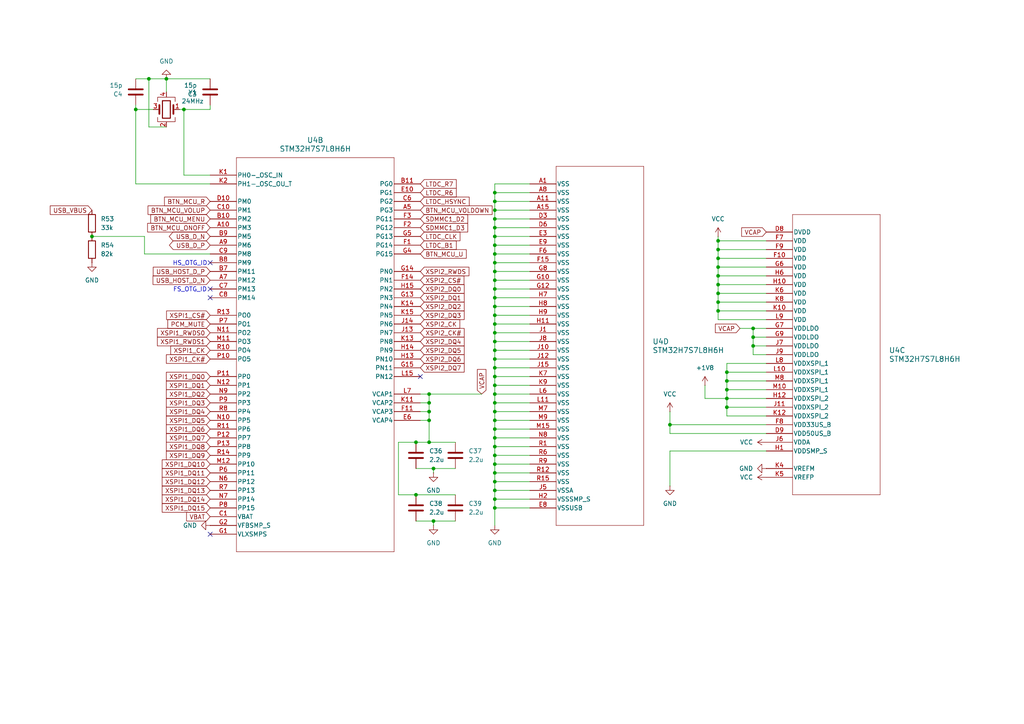
<source format=kicad_sch>
(kicad_sch (version 20231120) (generator "eeschema") (generator_version "8.0")
  (paper "A4")
  (lib_symbols
    (symbol "Device:C" (pin_numbers hide) (pin_names (offset 0.254))
      (property "Reference" "C" (at 0.635 2.54 0))
      (property "Value" "C" (at 0.635 -2.54 0))
      (symbol "C_0_1"
        (polyline (pts (xy -2.032 -0.762) (xy 2.032 -0.762)) (stroke (width 0.508)))
        (polyline (pts (xy -2.032 0.762) (xy 2.032 0.762)) (stroke (width 0.508)))
      )
      (symbol "C_1_1"
        (pin passive line (at 0 3.81 270) (length 2.794) (name "~") (number "1"))
        (pin passive line (at 0 -3.81 90) (length 2.794) (name "~") (number "2"))
      )
    )
    (symbol "Device:Crystal_GND24" (pin_names (offset 1.016) hide)
      (property "Reference" "Y" (at 3.175 5.08 0))
      (property "Value" "Crystal_GND24" (at 3.175 3.175 0))
      (symbol "Crystal_GND24_0_1"
        (rectangle (start -1.143 2.54) (end 1.143 -2.54) (stroke (width 0.3048)))
        (polyline (pts (xy -2.54 0) (xy -2.032 0)))
        (polyline (pts (xy -2.032 -1.27) (xy -2.032 1.27)) (stroke (width 0.508)))
        (polyline (pts (xy 0 -3.81) (xy 0 -3.556)))
        (polyline (pts (xy 0 3.556) (xy 0 3.81)))
        (polyline (pts (xy 2.032 -1.27) (xy 2.032 1.27)) (stroke (width 0.508)))
        (polyline (pts (xy 2.032 0) (xy 2.54 0)))
        (polyline (pts (xy -2.54 -2.286) (xy -2.54 -3.556) (xy 2.54 -3.556) (xy 2.54 -2.286)))
        (polyline (pts (xy -2.54 2.286) (xy -2.54 3.556) (xy 2.54 3.556) (xy 2.54 2.286)))
      )
      (symbol "Crystal_GND24_1_1"
        (pin passive line (at -3.81 0 0) (length 1.27) (name "1") (number "1"))
        (pin passive line (at 0 5.08 270) (length 1.27) (name "2") (number "2"))
        (pin passive line (at 3.81 0 180) (length 1.27) (name "3") (number "3"))
        (pin passive line (at 0 -5.08 90) (length 1.27) (name "4") (number "4"))
      )
    )
    (symbol "Device:R" (pin_numbers hide) (pin_names (offset 0))
      (property "Reference" "R" (at 2.032 0 90))
      (property "Value" "R" (at 0 0 90))
      (symbol "R_0_1"
        (rectangle (start -1.016 -2.54) (end 1.016 2.54) (stroke (width 0.254)))
      )
      (symbol "R_1_1"
        (pin passive line (at 0 3.81 270) (length 1.27) (name "~") (number "1"))
        (pin passive line (at 0 -3.81 90) (length 1.27) (name "~") (number "2"))
      )
    )
    (symbol "STM32 v2:STM32H7S7L8H6H" (pin_names (offset 0.254))
      (property "Reference" "U" (at 33.02 12.7 0))
      (property "Value" "STM32H7S7L8H6H" (at 33.02 10.16 0))
      (symbol "STM32H7S7L8H6H_1_1"
        (polyline (pts (xy 7.62 -129.54) (xy 58.42 -129.54)) (stroke (width 0.127)))
        (polyline (pts (xy 7.62 7.62) (xy 7.62 -129.54)) (stroke (width 0.127)))
        (polyline (pts (xy 58.42 -129.54) (xy 58.42 7.62)) (stroke (width 0.127)))
        (polyline (pts (xy 58.42 7.62) (xy 7.62 7.62)) (stroke (width 0.127)))
        (pin bidirectional line (at 0 -58.42 0) (length 7.62) (name "PD3") (number "A12"))
        (pin bidirectional line (at 0 -119.38 0) (length 7.62) (name "PE14") (number "A13"))
        (pin bidirectional line (at 0 -55.88 0) (length 7.62) (name "PD2") (number "A14"))
        (pin bidirectional line (at 0 -83.82 0) (length 7.62) (name "PE0") (number "A2"))
        (pin bidirectional line (at 66.04 -93.98 180) (length 7.62) (name "PF3") (number "A3"))
        (pin bidirectional line (at 66.04 -91.44 180) (length 7.62) (name "PF2") (number "A4"))
        (pin unspecified line (at 0 0 0) (length 7.62) (name "BOOT0") (number "A6"))
        (pin bidirectional line (at 0 -27.94 0) (length 7.62) (name "PB8") (number "B1"))
        (pin bidirectional line (at 0 -116.84 0) (length 7.62) (name "PE13") (number "B12"))
        (pin bidirectional line (at 0 -53.34 0) (length 7.62) (name "PD1") (number "B13"))
        (pin bidirectional line (at 66.04 -68.58 180) (length 7.62) (name "PC10") (number "B14"))
        (pin bidirectional line (at 66.04 -71.12 180) (length 7.62) (name "PC11") (number "B15"))
        (pin bidirectional line (at 0 -88.9 0) (length 7.62) (name "PE2") (number "B2"))
        (pin bidirectional line (at 0 -20.32 0) (length 7.62) (name "PB5") (number "B3"))
        (pin bidirectional line (at 66.04 -96.52 180) (length 7.62) (name "PF4") (number "B4"))
        (pin bidirectional line (at 66.04 -86.36 180) (length 7.62) (name "PF0") (number "B5"))
        (pin bidirectional line (at 0 -68.58 0) (length 7.62) (name "PD7") (number "B6"))
        (pin bidirectional line (at 0 -60.96 0) (length 7.62) (name "PD4") (number "C11"))
        (pin bidirectional line (at 0 -111.76 0) (length 7.62) (name "PE11") (number "C12"))
        (pin bidirectional line (at 0 -50.8 0) (length 7.62) (name "PD0") (number "C13"))
        (pin bidirectional line (at 66.04 -30.48 180) (length 7.62) (name "PA12") (number "C14"))
        (pin bidirectional line (at 66.04 -27.94 180) (length 7.62) (name "PA11") (number "C15"))
        (pin bidirectional line (at 0 -30.48 0) (length 7.62) (name "PB9") (number "C2"))
        (pin bidirectional line (at 0 -86.36 0) (length 7.62) (name "PE1") (number "C3"))
        (pin bidirectional line (at 0 -15.24 0) (length 7.62) (name "PB3") (number "C4"))
        (pin bidirectional line (at 66.04 -88.9 180) (length 7.62) (name "PF1") (number "C5"))
        (pin bidirectional line (at 66.04 -81.28 180) (length 7.62) (name "PC15-_OSC32_O_UT") (number "D1"))
        (pin bidirectional line (at 0 -121.92 0) (length 7.62) (name "PE15") (number "D11"))
        (pin bidirectional line (at 66.04 -73.66 180) (length 7.62) (name "PC12") (number "D12"))
        (pin bidirectional line (at 66.04 -35.56 180) (length 7.62) (name "PA14") (number "D13"))
        (pin bidirectional line (at 66.04 -22.86 180) (length 7.62) (name "PA9") (number "D14"))
        (pin bidirectional line (at 66.04 -63.5 180) (length 7.62) (name "PC8") (number "D15"))
        (pin bidirectional line (at 66.04 -78.74 180) (length 7.62) (name "PC14-_OSC32_I_N") (number "D2"))
        (pin bidirectional line (at 0 -25.4 0) (length 7.62) (name "PB7") (number "D4"))
        (pin bidirectional line (at 0 -17.78 0) (length 7.62) (name "PB4") (number "D5"))
        (pin bidirectional line (at 0 -63.5 0) (length 7.62) (name "PD5") (number "D7"))
        (pin bidirectional line (at 0 -99.06 0) (length 7.62) (name "PE6") (number "E1"))
        (pin bidirectional line (at 0 -114.3 0) (length 7.62) (name "PE12") (number "E11"))
        (pin bidirectional line (at 66.04 -33.02 180) (length 7.62) (name "PA13") (number "E12"))
        (pin bidirectional line (at 66.04 -25.4 180) (length 7.62) (name "PA10") (number "E13"))
        (pin bidirectional line (at 66.04 -66.04 180) (length 7.62) (name "PC9") (number "E14"))
        (pin bidirectional line (at 66.04 -58.42 180) (length 7.62) (name "PC6") (number "E15"))
        (pin bidirectional line (at 0 -93.98 0) (length 7.62) (name "PE4") (number "E2"))
        (pin bidirectional line (at 66.04 -76.2 180) (length 7.62) (name "PC13") (number "E4"))
        (pin bidirectional line (at 0 -22.86 0) (length 7.62) (name "PB6") (number "E5"))
        (pin bidirectional line (at 0 -66.04 0) (length 7.62) (name "PD6") (number "E7"))
        (pin bidirectional line (at 66.04 -20.32 180) (length 7.62) (name "PA8") (number "F12"))
        (pin bidirectional line (at 66.04 -60.96 180) (length 7.62) (name "PC7") (number "F13"))
        (pin bidirectional line (at 0 -96.52 0) (length 7.62) (name "PE5") (number "F4"))
        (pin bidirectional line (at 0 -91.44 0) (length 7.62) (name "PE3") (number "F5"))
        (pin bidirectional line (at 66.04 -38.1 180) (length 7.62) (name "PA15") (number "G11"))
        (pin bidirectional line (at 66.04 -99.06 180) (length 7.62) (name "PF5") (number "G3"))
        (pin bidirectional line (at 66.04 -106.68 180) (length 7.62) (name "PF8") (number "H3"))
        (pin bidirectional line (at 66.04 -104.14 180) (length 7.62) (name "PF7") (number "H4"))
        (pin bidirectional line (at 66.04 -101.6 180) (length 7.62) (name "PF6") (number "H5"))
        (pin bidirectional line (at 66.04 -109.22 180) (length 7.62) (name "PF9") (number "J2"))
        (pin bidirectional line (at 66.04 -111.76 180) (length 7.62) (name "PF10") (number "J3"))
        (pin unspecified line (at 0 -2.54 0) (length 7.62) (name "NRST") (number "J4"))
        (pin bidirectional line (at 66.04 -43.18 180) (length 7.62) (name "PC0") (number "K3"))
        (pin bidirectional line (at 66.04 -45.72 180) (length 7.62) (name "PC1") (number "L1"))
        (pin bidirectional line (at 0 -38.1 0) (length 7.62) (name "PB12") (number "L12"))
        (pin bidirectional line (at 0 -78.74 0) (length 7.62) (name "PD15") (number "L13"))
        (pin bidirectional line (at 0 -76.2 0) (length 7.62) (name "PD14") (number "L14"))
        (pin bidirectional line (at 66.04 -48.26 180) (length 7.62) (name "PC2") (number "L2"))
        (pin bidirectional line (at 66.04 -50.8 180) (length 7.62) (name "PC3") (number "L3"))
        (pin bidirectional line (at 66.04 -5.08 180) (length 7.62) (name "PA2") (number "L4"))
        (pin bidirectional line (at 66.04 -53.34 180) (length 7.62) (name "PC4") (number "L5"))
        (pin bidirectional line (at 66.04 0 180) (length 7.62) (name "PA0") (number "M1"))
        (pin bidirectional line (at 0 -43.18 0) (length 7.62) (name "PB14") (number "M13"))
        (pin bidirectional line (at 0 -45.72 0) (length 7.62) (name "PB15") (number "M14"))
        (pin bidirectional line (at 66.04 -2.54 180) (length 7.62) (name "PA1") (number "M2"))
        (pin bidirectional line (at 66.04 -10.16 180) (length 7.62) (name "PA4") (number "M3"))
        (pin bidirectional line (at 66.04 -17.78 180) (length 7.62) (name "PA7") (number "M4"))
        (pin bidirectional line (at 66.04 -114.3 180) (length 7.62) (name "PF11") (number "M5"))
        (pin bidirectional line (at 0 -101.6 0) (length 7.62) (name "PE7") (number "M6"))
        (pin bidirectional line (at 66.04 -7.62 180) (length 7.62) (name "PA3") (number "N1"))
        (pin bidirectional line (at 0 -71.12 0) (length 7.62) (name "PD12") (number "N13"))
        (pin bidirectional line (at 0 -35.56 0) (length 7.62) (name "PB11") (number "N14"))
        (pin bidirectional line (at 0 -40.64 0) (length 7.62) (name "PB13") (number "N15"))
        (pin bidirectional line (at 66.04 -12.7 180) (length 7.62) (name "PA5") (number "N2"))
        (pin bidirectional line (at 66.04 -55.88 180) (length 7.62) (name "PC5") (number "N3"))
        (pin bidirectional line (at 0 -12.7 0) (length 7.62) (name "PB2") (number "N4"))
        (pin bidirectional line (at 66.04 -124.46 180) (length 7.62) (name "PF15") (number "N5"))
        (pin bidirectional line (at 66.04 -15.24 180) (length 7.62) (name "PA6") (number "P1"))
        (pin bidirectional line (at 0 -73.66 0) (length 7.62) (name "PD13") (number "P14"))
        (pin bidirectional line (at 0 -33.02 0) (length 7.62) (name "PB10") (number "P15"))
        (pin bidirectional line (at 0 -7.62 0) (length 7.62) (name "PB0") (number "P2"))
        (pin bidirectional line (at 66.04 -119.38 180) (length 7.62) (name "PF13") (number "P3"))
        (pin bidirectional line (at 66.04 -121.92 180) (length 7.62) (name "PF14") (number "P4"))
        (pin bidirectional line (at 0 -106.68 0) (length 7.62) (name "PE9") (number "P5"))
        (pin bidirectional line (at 0 -10.16 0) (length 7.62) (name "PB1") (number "R2"))
        (pin bidirectional line (at 66.04 -116.84 180) (length 7.62) (name "PF12") (number "R3"))
        (pin bidirectional line (at 0 -104.14 0) (length 7.62) (name "PE8") (number "R4"))
        (pin bidirectional line (at 0 -109.22 0) (length 7.62) (name "PE10") (number "R5"))
      )
      (symbol "STM32H7S7L8H6H_2_1"
        (polyline (pts (xy 7.62 -109.22) (xy 53.34 -109.22)) (stroke (width 0.127)))
        (polyline (pts (xy 7.62 5.08) (xy 7.62 -109.22)) (stroke (width 0.127)))
        (polyline (pts (xy 53.34 -109.22) (xy 53.34 5.08)) (stroke (width 0.127)))
        (polyline (pts (xy 53.34 5.08) (xy 7.62 5.08)) (stroke (width 0.127)))
        (pin bidirectional line (at 0 -15.24 0) (length 7.62) (name "PM3") (number "A10"))
        (pin bidirectional line (at 60.96 -10.16 180) (length 7.62) (name "PG3") (number "A5"))
        (pin bidirectional line (at 0 -30.48 0) (length 7.62) (name "PM12") (number "A7"))
        (pin bidirectional line (at 0 -20.32 0) (length 7.62) (name "PM6") (number "A9"))
        (pin bidirectional line (at 0 -12.7 0) (length 7.62) (name "PM2") (number "B10"))
        (pin bidirectional line (at 60.96 -2.54 180) (length 7.62) (name "PG0") (number "B11"))
        (pin bidirectional line (at 0 -27.94 0) (length 7.62) (name "PM11") (number "B7"))
        (pin bidirectional line (at 0 -25.4 0) (length 7.62) (name "PM9") (number "B8"))
        (pin bidirectional line (at 0 -17.78 0) (length 7.62) (name "PM5") (number "B9"))
        (pin unspecified line (at 0 -99.06 0) (length 7.62) (name "VBAT") (number "C1"))
        (pin bidirectional line (at 0 -10.16 0) (length 7.62) (name "PM1") (number "C10"))
        (pin bidirectional line (at 60.96 -7.62 180) (length 7.62) (name "PG2") (number "C6"))
        (pin bidirectional line (at 0 -33.02 0) (length 7.62) (name "PM13") (number "C7"))
        (pin bidirectional line (at 0 -35.56 0) (length 7.62) (name "PM14") (number "C8"))
        (pin bidirectional line (at 0 -22.86 0) (length 7.62) (name "PM8") (number "C9"))
        (pin bidirectional line (at 0 -7.62 0) (length 7.62) (name "PM0") (number "D10"))
        (pin bidirectional line (at 60.96 -5.08 180) (length 7.62) (name "PG1") (number "E10"))
        (pin bidirectional line (at 60.96 -71.12 180) (length 7.62) (name "VCAP4") (number "E6"))
        (pin bidirectional line (at 60.96 -20.32 180) (length 7.62) (name "PG14") (number "F1"))
        (pin bidirectional line (at 60.96 -68.58 180) (length 7.62) (name "VCAP3") (number "F11"))
        (pin bidirectional line (at 60.96 -30.48 180) (length 7.62) (name "PN1") (number "F14"))
        (pin bidirectional line (at 60.96 -15.24 180) (length 7.62) (name "PG12") (number "F2"))
        (pin bidirectional line (at 60.96 -12.7 180) (length 7.62) (name "PG11") (number "F3"))
        (pin unspecified line (at 0 -104.14 0) (length 7.62) (name "VLXSMPS") (number "G1"))
        (pin bidirectional line (at 60.96 -35.56 180) (length 7.62) (name "PN3") (number "G13"))
        (pin bidirectional line (at 60.96 -27.94 180) (length 7.62) (name "PN0") (number "G14"))
        (pin bidirectional line (at 60.96 -55.88 180) (length 7.62) (name "PN11") (number "G15"))
        (pin unspecified line (at 0 -101.6 0) (length 7.62) (name "VFBSMP_S") (number "G2"))
        (pin bidirectional line (at 60.96 -22.86 180) (length 7.62) (name "PG15") (number "G4"))
        (pin bidirectional line (at 60.96 -17.78 180) (length 7.62) (name "PG13") (number "G5"))
        (pin bidirectional line (at 60.96 -53.34 180) (length 7.62) (name "PN10") (number "H13"))
        (pin bidirectional line (at 60.96 -50.8 180) (length 7.62) (name "PN9") (number "H14"))
        (pin bidirectional line (at 60.96 -33.02 180) (length 7.62) (name "PN2") (number "H15"))
        (pin bidirectional line (at 60.96 -45.72 180) (length 7.62) (name "PN7") (number "J13"))
        (pin bidirectional line (at 60.96 -43.18 180) (length 7.62) (name "PN6") (number "J14"))
        (pin bidirectional line (at 0 0 0) (length 7.62) (name "PH0-_OSC_IN") (number "K1"))
        (pin bidirectional line (at 60.96 -66.04 180) (length 7.62) (name "VCAP2") (number "K11"))
        (pin bidirectional line (at 60.96 -48.26 180) (length 7.62) (name "PN8") (number "K13"))
        (pin bidirectional line (at 60.96 -38.1 180) (length 7.62) (name "PN4") (number "K14"))
        (pin bidirectional line (at 60.96 -40.64 180) (length 7.62) (name "PN5") (number "K15"))
        (pin bidirectional line (at 0 -2.54 0) (length 7.62) (name "PH1-_OSC_OU_T") (number "K2"))
        (pin bidirectional line (at 60.96 -58.42 180) (length 7.62) (name "PN12") (number "L15"))
        (pin bidirectional line (at 60.96 -63.5 180) (length 7.62) (name "VCAP1") (number "L7"))
        (pin bidirectional line (at 0 -48.26 0) (length 7.62) (name "PO3") (number "M11"))
        (pin bidirectional line (at 0 -83.82 0) (length 7.62) (name "PP10") (number "M12"))
        (pin bidirectional line (at 0 -71.12 0) (length 7.62) (name "PP5") (number "N10"))
        (pin bidirectional line (at 0 -45.72 0) (length 7.62) (name "PO2") (number "N11"))
        (pin bidirectional line (at 0 -60.96 0) (length 7.62) (name "PP1") (number "N12"))
        (pin bidirectional line (at 0 -88.9 0) (length 7.62) (name "PP12") (number "N6"))
        (pin bidirectional line (at 0 -93.98 0) (length 7.62) (name "PP14") (number "N7"))
        (pin bidirectional line (at 0 -63.5 0) (length 7.62) (name "PP2") (number "N9"))
        (pin bidirectional line (at 0 -53.34 0) (length 7.62) (name "PO5") (number "P10"))
        (pin bidirectional line (at 0 -58.42 0) (length 7.62) (name "PP0") (number "P11"))
        (pin bidirectional line (at 0 -76.2 0) (length 7.62) (name "PP7") (number "P12"))
        (pin bidirectional line (at 0 -78.74 0) (length 7.62) (name "PP8") (number "P13"))
        (pin bidirectional line (at 0 -86.36 0) (length 7.62) (name "PP11") (number "P6"))
        (pin bidirectional line (at 0 -43.18 0) (length 7.62) (name "PO1") (number "P7"))
        (pin bidirectional line (at 0 -96.52 0) (length 7.62) (name "PP15") (number "P8"))
        (pin bidirectional line (at 0 -66.04 0) (length 7.62) (name "PP3") (number "P9"))
        (pin bidirectional line (at 0 -50.8 0) (length 7.62) (name "PO4") (number "R10"))
        (pin bidirectional line (at 0 -73.66 0) (length 7.62) (name "PP6") (number "R11"))
        (pin bidirectional line (at 0 -40.64 0) (length 7.62) (name "PO0") (number "R13"))
        (pin bidirectional line (at 0 -81.28 0) (length 7.62) (name "PP9") (number "R14"))
        (pin bidirectional line (at 0 -91.44 0) (length 7.62) (name "PP13") (number "R7"))
        (pin bidirectional line (at 0 -68.58 0) (length 7.62) (name "PP4") (number "R8"))
      )
      (symbol "STM32H7S7L8H6H_3_1"
        (polyline (pts (xy 7.62 -76.2) (xy 33.02 -76.2)) (stroke (width 0.127)))
        (polyline (pts (xy 7.62 5.08) (xy 7.62 -76.2)) (stroke (width 0.127)))
        (polyline (pts (xy 33.02 -76.2) (xy 33.02 5.08)) (stroke (width 0.127)))
        (polyline (pts (xy 33.02 5.08) (xy 7.62 5.08)) (stroke (width 0.127)))
        (pin power_in line (at 0 0 0) (length 7.62) (name "DVDD") (number "D8"))
        (pin power_in line (at 0 -58.42 0) (length 7.62) (name "VDD50US_B") (number "D9"))
        (pin power_in line (at 0 -7.62 0) (length 7.62) (name "VDD") (number "F10"))
        (pin power_in line (at 0 -2.54 0) (length 7.62) (name "VDD") (number "F7"))
        (pin power_in line (at 0 -55.88 0) (length 7.62) (name "VDD33US_B") (number "F8"))
        (pin power_in line (at 0 -5.08 0) (length 7.62) (name "VDD") (number "F9"))
        (pin power_in line (at 0 -10.16 0) (length 7.62) (name "VDD") (number "G6"))
        (pin power_in line (at 0 -27.94 0) (length 7.62) (name "VDDLDO") (number "G7"))
        (pin power_in line (at 0 -30.48 0) (length 7.62) (name "VDDLDO") (number "G9"))
        (pin power_in line (at 0 -63.5 0) (length 7.62) (name "VDDSMP_S") (number "H1"))
        (pin power_in line (at 0 -15.24 0) (length 7.62) (name "VDD") (number "H10"))
        (pin power_in line (at 0 -48.26 0) (length 7.62) (name "VDDXSPI_2") (number "H12"))
        (pin power_in line (at 0 -12.7 0) (length 7.62) (name "VDD") (number "H6"))
        (pin power_in line (at 0 -50.8 0) (length 7.62) (name "VDDXSPI_2") (number "J11"))
        (pin power_in line (at 0 -60.96 0) (length 7.62) (name "VDDA") (number "J6"))
        (pin power_in line (at 0 -33.02 0) (length 7.62) (name "VDDLDO") (number "J7"))
        (pin power_in line (at 0 -35.56 0) (length 7.62) (name "VDDLDO") (number "J9"))
        (pin power_in line (at 0 -22.86 0) (length 7.62) (name "VDD") (number "K10"))
        (pin power_in line (at 0 -53.34 0) (length 7.62) (name "VDDXSPI_2") (number "K12"))
        (pin power_in line (at 0 -68.58 0) (length 7.62) (name "VREFM") (number "K4"))
        (pin power_in line (at 0 -71.12 0) (length 7.62) (name "VREFP") (number "K5"))
        (pin power_in line (at 0 -17.78 0) (length 7.62) (name "VDD") (number "K6"))
        (pin power_in line (at 0 -20.32 0) (length 7.62) (name "VDD") (number "K8"))
        (pin power_in line (at 0 -40.64 0) (length 7.62) (name "VDDXSPI_1") (number "L10"))
        (pin power_in line (at 0 -38.1 0) (length 7.62) (name "VDDXSPI_1") (number "L8"))
        (pin power_in line (at 0 -25.4 0) (length 7.62) (name "VDD") (number "L9"))
        (pin power_in line (at 0 -45.72 0) (length 7.62) (name "VDDXSPI_1") (number "M10"))
        (pin power_in line (at 0 -43.18 0) (length 7.62) (name "VDDXSPI_1") (number "M8"))
      )
      (symbol "STM32H7S7L8H6H_4_1"
        (polyline (pts (xy 7.62 -99.06) (xy 33.02 -99.06)) (stroke (width 0.127)))
        (polyline (pts (xy 7.62 5.08) (xy 7.62 -99.06)) (stroke (width 0.127)))
        (polyline (pts (xy 33.02 -99.06) (xy 33.02 5.08)) (stroke (width 0.127)))
        (polyline (pts (xy 33.02 5.08) (xy 7.62 5.08)) (stroke (width 0.127)))
        (pin power_out line (at 0 0 0) (length 7.62) (name "VSS") (number "A1"))
        (pin power_out line (at 0 -5.08 0) (length 7.62) (name "VSS") (number "A11"))
        (pin power_out line (at 0 -7.62 0) (length 7.62) (name "VSS") (number "A15"))
        (pin power_out line (at 0 -2.54 0) (length 7.62) (name "VSS") (number "A8"))
        (pin power_out line (at 0 -10.16 0) (length 7.62) (name "VSS") (number "D3"))
        (pin power_out line (at 0 -12.7 0) (length 7.62) (name "VSS") (number "D6"))
        (pin power_out line (at 0 -15.24 0) (length 7.62) (name "VSS") (number "E3"))
        (pin power_out line (at 0 -93.98 0) (length 7.62) (name "VSSUSB") (number "E8"))
        (pin power_out line (at 0 -17.78 0) (length 7.62) (name "VSS") (number "E9"))
        (pin power_out line (at 0 -22.86 0) (length 7.62) (name "VSS") (number "F15"))
        (pin power_out line (at 0 -20.32 0) (length 7.62) (name "VSS") (number "F6"))
        (pin power_out line (at 0 -27.94 0) (length 7.62) (name "VSS") (number "G10"))
        (pin power_out line (at 0 -30.48 0) (length 7.62) (name "VSS") (number "G12"))
        (pin power_out line (at 0 -25.4 0) (length 7.62) (name "VSS") (number "G8"))
        (pin power_out line (at 0 -40.64 0) (length 7.62) (name "VSS") (number "H11"))
        (pin power_out line (at 0 -91.44 0) (length 7.62) (name "VSSSMP_S") (number "H2"))
        (pin power_out line (at 0 -33.02 0) (length 7.62) (name "VSS") (number "H7"))
        (pin power_out line (at 0 -35.56 0) (length 7.62) (name "VSS") (number "H8"))
        (pin power_out line (at 0 -38.1 0) (length 7.62) (name "VSS") (number "H9"))
        (pin power_out line (at 0 -43.18 0) (length 7.62) (name "VSS") (number "J1"))
        (pin power_out line (at 0 -48.26 0) (length 7.62) (name "VSS") (number "J10"))
        (pin power_out line (at 0 -50.8 0) (length 7.62) (name "VSS") (number "J12"))
        (pin power_out line (at 0 -53.34 0) (length 7.62) (name "VSS") (number "J15"))
        (pin power_out line (at 0 -88.9 0) (length 7.62) (name "VSSA") (number "J5"))
        (pin power_out line (at 0 -45.72 0) (length 7.62) (name "VSS") (number "J8"))
        (pin power_out line (at 0 -55.88 0) (length 7.62) (name "VSS") (number "K7"))
        (pin power_out line (at 0 -58.42 0) (length 7.62) (name "VSS") (number "K9"))
        (pin power_out line (at 0 -63.5 0) (length 7.62) (name "VSS") (number "L11"))
        (pin power_out line (at 0 -60.96 0) (length 7.62) (name "VSS") (number "L6"))
        (pin power_out line (at 0 -71.12 0) (length 7.62) (name "VSS") (number "M15"))
        (pin power_out line (at 0 -66.04 0) (length 7.62) (name "VSS") (number "M7"))
        (pin power_out line (at 0 -68.58 0) (length 7.62) (name "VSS") (number "M9"))
        (pin power_out line (at 0 -73.66 0) (length 7.62) (name "VSS") (number "N8"))
        (pin power_out line (at 0 -76.2 0) (length 7.62) (name "VSS") (number "R1"))
        (pin power_out line (at 0 -83.82 0) (length 7.62) (name "VSS") (number "R12"))
        (pin power_out line (at 0 -86.36 0) (length 7.62) (name "VSS") (number "R15"))
        (pin power_out line (at 0 -78.74 0) (length 7.62) (name "VSS") (number "R6"))
        (pin power_out line (at 0 -81.28 0) (length 7.62) (name "VSS") (number "R9"))
      )
    )
    (symbol "power:+1V8" (power) (pin_numbers hide) (pin_names (offset 0) hide)
      (property "Value" "+1V8" (at 0 3.556 0))
      (symbol "+1V8_0_1"
        (polyline (pts (xy -0.762 1.27) (xy 0 2.54)))
        (polyline (pts (xy 0 0) (xy 0 2.54)))
        (polyline (pts (xy 0 2.54) (xy 0.762 1.27)))
      )
      (symbol "+1V8_1_1"
        (pin power_in line (at 0 0 90) (length 0) (name "~") (number "1"))
      )
    )
    (symbol "power:GND" (power) (pin_numbers hide) (pin_names (offset 0) hide)
      (property "Value" "GND" (at 0 -3.81 0))
      (symbol "GND_0_1"
        (polyline (pts (xy 0 0) (xy 0 -1.27) (xy 1.27 -1.27) (xy 0 -2.54) (xy -1.27 -1.27) (xy 0 -1.27)))
      )
      (symbol "GND_1_1"
        (pin power_in line (at 0 0 270) (length 0) (name "~") (number "1"))
      )
    )
    (symbol "power:VCC" (power) (pin_numbers hide) (pin_names (offset 0) hide)
      (property "Value" "VCC" (at 0 3.556 0))
      (symbol "VCC_0_1"
        (polyline (pts (xy -0.762 1.27) (xy 0 2.54)))
        (polyline (pts (xy 0 0) (xy 0 2.54)))
        (polyline (pts (xy 0 2.54) (xy 0.762 1.27)))
      )
      (symbol "VCC_1_1"
        (pin power_in line (at 0 0 90) (length 0) (name "~") (number "1"))
      )
    )
  )
  (junction (at 43.18 22.86))
  (junction (at 143.51 76.2))
  (junction (at 125.73 135.89))
  (junction (at 143.51 68.58))
  (junction (at 143.51 88.9))
  (junction (at 143.51 116.84))
  (junction (at 143.51 127))
  (junction (at 143.51 104.14))
  (junction (at 143.51 81.28))
  (junction (at 210.82 118.11))
  (junction (at 143.51 63.5))
  (junction (at 143.51 78.74))
  (junction (at 143.51 101.6))
  (junction (at 208.28 87.63))
  (junction (at 124.46 114.3))
  (junction (at 218.44 100.33))
  (junction (at 26.67 68.58))
  (junction (at 194.31 123.19))
  (junction (at 143.51 91.44))
  (junction (at 143.51 121.92))
  (junction (at 143.51 96.52))
  (junction (at 208.28 69.85))
  (junction (at 53.34 31.75))
  (junction (at 208.28 80.01))
  (junction (at 208.28 85.09))
  (junction (at 124.46 128.27))
  (junction (at 208.28 72.39))
  (junction (at 143.51 111.76))
  (junction (at 143.51 139.7))
  (junction (at 143.51 109.22))
  (junction (at 143.51 86.36))
  (junction (at 143.51 99.06))
  (junction (at 210.82 110.49))
  (junction (at 208.28 82.55))
  (junction (at 210.82 115.57))
  (junction (at 143.51 66.04))
  (junction (at 124.46 121.92))
  (junction (at 208.28 74.93))
  (junction (at 48.26 22.86))
  (junction (at 143.51 119.38))
  (junction (at 143.51 83.82))
  (junction (at 143.51 106.68))
  (junction (at 218.44 97.79))
  (junction (at 143.51 71.12))
  (junction (at 39.37 31.75))
  (junction (at 208.28 90.17))
  (junction (at 143.51 129.54))
  (junction (at 210.82 107.95))
  (junction (at 210.82 113.03))
  (junction (at 218.44 95.25))
  (junction (at 125.73 151.13))
  (junction (at 143.51 114.3))
  (junction (at 143.51 124.46))
  (junction (at 143.51 60.96))
  (junction (at 143.51 134.62))
  (junction (at 143.51 147.32))
  (junction (at 124.46 116.84))
  (junction (at 143.51 142.24))
  (junction (at 143.51 73.66))
  (junction (at 143.51 58.42))
  (junction (at 143.51 93.98))
  (junction (at 120.65 143.51))
  (junction (at 143.51 137.16))
  (junction (at 124.46 119.38))
  (junction (at 208.28 77.47))
  (junction (at 143.51 144.78))
  (junction (at 120.65 128.27))
  (junction (at 143.51 55.88))
  (junction (at 143.51 132.08))
  (no_connect (at 60.96 86.36))
  (no_connect (at 60.96 154.94))
  (no_connect (at 60.96 83.82))
  (no_connect (at 121.92 109.22))
  (no_connect (at 60.96 76.2))
  (wire (pts (xy 143.51 86.36) (xy 143.51 83.82)))
  (wire (pts (xy 143.51 129.54) (xy 143.51 132.08)))
  (wire (pts (xy 124.46 121.92) (xy 124.46 119.38)))
  (wire (pts (xy 143.51 147.32) (xy 143.51 152.4)))
  (wire (pts (xy 143.51 81.28) (xy 143.51 78.74)))
  (wire (pts (xy 208.28 72.39) (xy 208.28 69.85)))
  (wire (pts (xy 115.57 143.51) (xy 120.65 143.51)))
  (wire (pts (xy 143.51 111.76) (xy 153.67 111.76)))
  (wire (pts (xy 39.37 31.75) (xy 39.37 30.48)))
  (wire (pts (xy 222.25 102.87) (xy 218.44 102.87)))
  (wire (pts (xy 208.28 77.47) (xy 208.28 74.93)))
  (wire (pts (xy 143.51 99.06) (xy 153.67 99.06)))
  (wire (pts (xy 143.51 88.9) (xy 153.67 88.9)))
  (wire (pts (xy 143.51 106.68) (xy 153.67 106.68)))
  (wire (pts (xy 143.51 101.6) (xy 143.51 99.06)))
  (wire (pts (xy 143.51 63.5) (xy 153.67 63.5)))
  (wire (pts (xy 143.51 96.52) (xy 153.67 96.52)))
  (wire (pts (xy 60.96 22.86) (xy 48.26 22.86)))
  (wire (pts (xy 218.44 102.87) (xy 218.44 100.33)))
  (wire (pts (xy 41.91 73.66) (xy 41.91 68.58)))
  (wire (pts (xy 194.31 119.38) (xy 194.31 123.19)))
  (wire (pts (xy 124.46 114.3) (xy 139.7 114.3)))
  (wire (pts (xy 222.25 100.33) (xy 218.44 100.33)))
  (wire (pts (xy 143.51 144.78) (xy 143.51 147.32)))
  (wire (pts (xy 143.51 66.04) (xy 153.67 66.04)))
  (wire (pts (xy 194.31 130.81) (xy 222.25 130.81)))
  (wire (pts (xy 143.51 109.22) (xy 143.51 106.68)))
  (wire (pts (xy 121.92 114.3) (xy 124.46 114.3)))
  (wire (pts (xy 222.25 92.71) (xy 208.28 92.71)))
  (wire (pts (xy 208.28 74.93) (xy 208.28 72.39)))
  (wire (pts (xy 143.51 73.66) (xy 143.51 71.12)))
  (wire (pts (xy 208.28 87.63) (xy 208.28 85.09)))
  (wire (pts (xy 222.25 97.79) (xy 218.44 97.79)))
  (wire (pts (xy 143.51 91.44) (xy 153.67 91.44)))
  (wire (pts (xy 210.82 110.49) (xy 210.82 113.03)))
  (wire (pts (xy 143.51 114.3) (xy 143.51 116.84)))
  (wire (pts (xy 125.73 151.13) (xy 125.73 152.4)))
  (wire (pts (xy 120.65 151.13) (xy 125.73 151.13)))
  (wire (pts (xy 204.47 115.57) (xy 210.82 115.57)))
  (wire (pts (xy 208.28 72.39) (xy 222.25 72.39)))
  (wire (pts (xy 143.51 60.96) (xy 143.51 58.42)))
  (wire (pts (xy 124.46 128.27) (xy 120.65 128.27)))
  (wire (pts (xy 143.51 134.62) (xy 153.67 134.62)))
  (wire (pts (xy 143.51 132.08) (xy 153.67 132.08)))
  (wire (pts (xy 143.51 127) (xy 153.67 127)))
  (wire (pts (xy 44.45 31.75) (xy 39.37 31.75)))
  (wire (pts (xy 143.51 53.34) (xy 153.67 53.34)))
  (wire (pts (xy 143.51 83.82) (xy 143.51 81.28)))
  (wire (pts (xy 143.51 104.14) (xy 143.51 101.6)))
  (wire (pts (xy 143.51 83.82) (xy 153.67 83.82)))
  (wire (pts (xy 210.82 107.95) (xy 222.25 107.95)))
  (wire (pts (xy 194.31 125.73) (xy 222.25 125.73)))
  (wire (pts (xy 120.65 135.89) (xy 125.73 135.89)))
  (wire (pts (xy 210.82 105.41) (xy 210.82 107.95)))
  (wire (pts (xy 194.31 123.19) (xy 222.25 123.19)))
  (wire (pts (xy 143.51 116.84) (xy 143.51 119.38)))
  (wire (pts (xy 208.28 85.09) (xy 208.28 82.55)))
  (wire (pts (xy 143.51 58.42) (xy 143.51 55.88)))
  (wire (pts (xy 125.73 135.89) (xy 125.73 137.16)))
  (wire (pts (xy 214.63 95.25) (xy 218.44 95.25)))
  (wire (pts (xy 43.18 36.83) (xy 43.18 22.86)))
  (wire (pts (xy 143.51 144.78) (xy 153.67 144.78)))
  (wire (pts (xy 43.18 22.86) (xy 39.37 22.86)))
  (wire (pts (xy 143.51 139.7) (xy 143.51 142.24)))
  (wire (pts (xy 208.28 69.85) (xy 222.25 69.85)))
  (wire (pts (xy 125.73 135.89) (xy 132.08 135.89)))
  (wire (pts (xy 143.51 66.04) (xy 143.51 63.5)))
  (wire (pts (xy 210.82 120.65) (xy 210.82 118.11)))
  (wire (pts (xy 143.51 124.46) (xy 153.67 124.46)))
  (wire (pts (xy 218.44 97.79) (xy 218.44 95.25)))
  (wire (pts (xy 143.51 124.46) (xy 143.51 127)))
  (wire (pts (xy 222.25 120.65) (xy 210.82 120.65)))
  (wire (pts (xy 210.82 107.95) (xy 210.82 110.49)))
  (wire (pts (xy 121.92 121.92) (xy 124.46 121.92)))
  (wire (pts (xy 194.31 130.81) (xy 194.31 140.97)))
  (wire (pts (xy 143.51 142.24) (xy 153.67 142.24)))
  (wire (pts (xy 208.28 87.63) (xy 222.25 87.63)))
  (wire (pts (xy 153.67 147.32) (xy 143.51 147.32)))
  (wire (pts (xy 143.51 111.76) (xy 143.51 109.22)))
  (wire (pts (xy 143.51 116.84) (xy 153.67 116.84)))
  (wire (pts (xy 210.82 113.03) (xy 210.82 115.57)))
  (wire (pts (xy 39.37 31.75) (xy 39.37 53.34)))
  (wire (pts (xy 53.34 31.75) (xy 53.34 50.8)))
  (wire (pts (xy 143.51 99.06) (xy 143.51 96.52)))
  (wire (pts (xy 143.51 60.96) (xy 153.67 60.96)))
  (wire (pts (xy 208.28 90.17) (xy 208.28 87.63)))
  (wire (pts (xy 208.28 82.55) (xy 208.28 80.01)))
  (wire (pts (xy 115.57 128.27) (xy 115.57 143.51)))
  (wire (pts (xy 143.51 139.7) (xy 153.67 139.7)))
  (wire (pts (xy 143.51 76.2) (xy 153.67 76.2)))
  (wire (pts (xy 143.51 109.22) (xy 153.67 109.22)))
  (wire (pts (xy 53.34 50.8) (xy 60.96 50.8)))
  (wire (pts (xy 143.51 93.98) (xy 143.51 91.44)))
  (wire (pts (xy 143.51 121.92) (xy 143.51 124.46)))
  (wire (pts (xy 143.51 86.36) (xy 153.67 86.36)))
  (wire (pts (xy 41.91 68.58) (xy 26.67 68.58)))
  (wire (pts (xy 53.34 31.75) (xy 60.96 31.75)))
  (wire (pts (xy 143.51 71.12) (xy 143.51 68.58)))
  (wire (pts (xy 208.28 69.85) (xy 208.28 68.58)))
  (wire (pts (xy 52.07 31.75) (xy 53.34 31.75)))
  (wire (pts (xy 194.31 123.19) (xy 194.31 125.73)))
  (wire (pts (xy 143.51 63.5) (xy 143.51 60.96)))
  (wire (pts (xy 208.28 85.09) (xy 222.25 85.09)))
  (wire (pts (xy 143.51 127) (xy 143.51 129.54)))
  (wire (pts (xy 143.51 96.52) (xy 143.51 93.98)))
  (wire (pts (xy 60.96 73.66) (xy 41.91 73.66)))
  (wire (pts (xy 143.51 121.92) (xy 153.67 121.92)))
  (wire (pts (xy 143.51 68.58) (xy 153.67 68.58)))
  (wire (pts (xy 143.51 111.76) (xy 143.51 114.3)))
  (wire (pts (xy 208.28 82.55) (xy 222.25 82.55)))
  (wire (pts (xy 143.51 93.98) (xy 153.67 93.98)))
  (wire (pts (xy 153.67 114.3) (xy 143.51 114.3)))
  (wire (pts (xy 125.73 151.13) (xy 132.08 151.13)))
  (wire (pts (xy 121.92 116.84) (xy 124.46 116.84)))
  (wire (pts (xy 143.51 137.16) (xy 153.67 137.16)))
  (wire (pts (xy 208.28 92.71) (xy 208.28 90.17)))
  (wire (pts (xy 143.51 101.6) (xy 153.67 101.6)))
  (wire (pts (xy 124.46 121.92) (xy 124.46 128.27)))
  (wire (pts (xy 210.82 118.11) (xy 210.82 115.57)))
  (wire (pts (xy 222.25 105.41) (xy 210.82 105.41)))
  (wire (pts (xy 143.51 142.24) (xy 143.51 144.78)))
  (wire (pts (xy 48.26 36.83) (xy 43.18 36.83)))
  (wire (pts (xy 60.96 31.75) (xy 60.96 30.48)))
  (wire (pts (xy 143.51 106.68) (xy 143.51 104.14)))
  (wire (pts (xy 143.51 71.12) (xy 153.67 71.12)))
  (wire (pts (xy 60.96 53.34) (xy 39.37 53.34)))
  (wire (pts (xy 210.82 110.49) (xy 222.25 110.49)))
  (wire (pts (xy 143.51 91.44) (xy 143.51 88.9)))
  (wire (pts (xy 218.44 95.25) (xy 222.25 95.25)))
  (wire (pts (xy 124.46 119.38) (xy 124.46 116.84)))
  (wire (pts (xy 124.46 116.84) (xy 124.46 114.3)))
  (wire (pts (xy 143.51 129.54) (xy 153.67 129.54)))
  (wire (pts (xy 143.51 137.16) (xy 143.51 139.7)))
  (wire (pts (xy 143.51 55.88) (xy 143.51 53.34)))
  (wire (pts (xy 143.51 104.14) (xy 153.67 104.14)))
  (wire (pts (xy 143.51 68.58) (xy 143.51 66.04)))
  (wire (pts (xy 143.51 76.2) (xy 143.51 73.66)))
  (wire (pts (xy 120.65 143.51) (xy 132.08 143.51)))
  (wire (pts (xy 210.82 115.57) (xy 222.25 115.57)))
  (wire (pts (xy 204.47 111.76) (xy 204.47 115.57)))
  (wire (pts (xy 143.51 119.38) (xy 153.67 119.38)))
  (wire (pts (xy 143.51 78.74) (xy 143.51 76.2)))
  (wire (pts (xy 218.44 100.33) (xy 218.44 97.79)))
  (wire (pts (xy 143.51 55.88) (xy 153.67 55.88)))
  (wire (pts (xy 210.82 113.03) (xy 222.25 113.03)))
  (wire (pts (xy 48.26 26.67) (xy 48.26 22.86)))
  (wire (pts (xy 208.28 77.47) (xy 222.25 77.47)))
  (wire (pts (xy 210.82 118.11) (xy 222.25 118.11)))
  (wire (pts (xy 143.51 58.42) (xy 153.67 58.42)))
  (wire (pts (xy 143.51 88.9) (xy 143.51 86.36)))
  (wire (pts (xy 143.51 119.38) (xy 143.51 121.92)))
  (wire (pts (xy 208.28 74.93) (xy 222.25 74.93)))
  (wire (pts (xy 121.92 119.38) (xy 124.46 119.38)))
  (wire (pts (xy 143.51 78.74) (xy 153.67 78.74)))
  (wire (pts (xy 208.28 90.17) (xy 222.25 90.17)))
  (wire (pts (xy 143.51 134.62) (xy 143.51 137.16)))
  (wire (pts (xy 124.46 128.27) (xy 132.08 128.27)))
  (wire (pts (xy 208.28 80.01) (xy 222.25 80.01)))
  (wire (pts (xy 120.65 128.27) (xy 115.57 128.27)))
  (wire (pts (xy 143.51 81.28) (xy 153.67 81.28)))
  (wire (pts (xy 208.28 80.01) (xy 208.28 77.47)))
  (wire (pts (xy 143.51 73.66) (xy 153.67 73.66)))
  (wire (pts (xy 48.26 22.86) (xy 43.18 22.86)))
  (wire (pts (xy 143.51 132.08) (xy 143.51 134.62)))
  (text "HS_OTG_ID" (at 55.118 76.454 0) (effects (font (size 1.27 1.27))))
  (text "FS_OTG_ID" (at 55.118 84.074 0) (effects (font (size 1.27 1.27))))
  (global_label "XSPI1_DQ3" (shape input) (at 60.96 116.84 180) (property "Intersheetrefs" "${INTERSHEET_REFS}" (effects (hide yes))))
  (global_label "XSPI2_CS#" (shape input) (at 121.92 81.28 0) (property "Intersheetrefs" "${INTERSHEET_REFS}" (effects (hide yes))))
  (global_label "XSPI1_DQ1" (shape input) (at 60.96 111.76 180) (property "Intersheetrefs" "${INTERSHEET_REFS}" (effects (hide yes))))
  (global_label "XSPI1_DQ7" (shape input) (at 60.96 127 180) (property "Intersheetrefs" "${INTERSHEET_REFS}" (effects (hide yes))))
  (global_label "XSPI1_DQ15" (shape input) (at 60.96 147.32 180) (property "Intersheetrefs" "${INTERSHEET_REFS}" (effects (hide yes))))
  (global_label "XSPI1_DQ12" (shape input) (at 60.96 139.7 180) (property "Intersheetrefs" "${INTERSHEET_REFS}" (effects (hide yes))))
  (global_label "XSPI2_CK" (shape input) (at 121.92 93.98 0) (property "Intersheetrefs" "${INTERSHEET_REFS}" (effects (hide yes))))
  (global_label "XSPI1_RWDS0" (shape input) (at 60.96 96.52 180) (property "Intersheetrefs" "${INTERSHEET_REFS}" (effects (hide yes))))
  (global_label "XSPI2_DQ2" (shape input) (at 121.92 88.9 0) (property "Intersheetrefs" "${INTERSHEET_REFS}" (effects (hide yes))))
  (global_label "XSPI2_DQ5" (shape input) (at 121.92 101.6 0) (property "Intersheetrefs" "${INTERSHEET_REFS}" (effects (hide yes))))
  (global_label "XSPI1_CS#" (shape input) (at 60.96 91.44 180) (property "Intersheetrefs" "${INTERSHEET_REFS}" (effects (hide yes))))
  (global_label "XSPI1_DQ14" (shape input) (at 60.96 144.78 180) (property "Intersheetrefs" "${INTERSHEET_REFS}" (effects (hide yes))))
  (global_label "XSPI1_DQ11" (shape input) (at 60.96 137.16 180) (property "Intersheetrefs" "${INTERSHEET_REFS}" (effects (hide yes))))
  (global_label "BTN_MCU_R" (shape input) (at 60.96 58.42 180) (property "Intersheetrefs" "${INTERSHEET_REFS}" (effects (hide yes))))
  (global_label "VCAP" (shape input) (at 214.63 95.25 180) (property "Intersheetrefs" "${INTERSHEET_REFS}" (effects (hide yes))))
  (global_label "XSPI2_DQ3" (shape input) (at 121.92 91.44 0) (property "Intersheetrefs" "${INTERSHEET_REFS}" (effects (hide yes))))
  (global_label "XSPI2_DQ0" (shape input) (at 121.92 83.82 0) (property "Intersheetrefs" "${INTERSHEET_REFS}" (effects (hide yes))))
  (global_label "VCAP" (shape input) (at 139.7 114.3 90) (property "Intersheetrefs" "${INTERSHEET_REFS}" (effects (hide yes))))
  (global_label "XSPI2_DQ4" (shape input) (at 121.92 99.06 0) (property "Intersheetrefs" "${INTERSHEET_REFS}" (effects (hide yes))))
  (global_label "LTDC_R6" (shape input) (at 121.92 55.88 0) (property "Intersheetrefs" "${INTERSHEET_REFS}" (effects (hide yes))))
  (global_label "VCAP" (shape input) (at 222.25 67.31 180) (property "Intersheetrefs" "${INTERSHEET_REFS}" (effects (hide yes))))
  (global_label "BTN_MCU_VOLUP" (shape input) (at 60.96 60.96 180) (property "Intersheetrefs" "${INTERSHEET_REFS}" (effects (hide yes))))
  (global_label "XSPI1_DQ13" (shape input) (at 60.96 142.24 180) (property "Intersheetrefs" "${INTERSHEET_REFS}" (effects (hide yes))))
  (global_label "XSPI1_DQ2" (shape input) (at 60.96 114.3 180) (property "Intersheetrefs" "${INTERSHEET_REFS}" (effects (hide yes))))
  (global_label "XSPI2_DQ1" (shape input) (at 121.92 86.36 0) (property "Intersheetrefs" "${INTERSHEET_REFS}" (effects (hide yes))))
  (global_label "USB_HOST_D_P" (shape input) (at 60.96 78.74 180) (property "Intersheetrefs" "${INTERSHEET_REFS}" (effects (hide yes))))
  (global_label "XSPI1_DQ10" (shape input) (at 60.96 134.62 180) (property "Intersheetrefs" "${INTERSHEET_REFS}" (effects (hide yes))))
  (global_label "BTN_MCU_MENU" (shape input) (at 60.96 63.5 180) (property "Intersheetrefs" "${INTERSHEET_REFS}" (effects (hide yes))))
  (global_label "XSPI1_DQ5" (shape input) (at 60.96 121.92 180) (property "Intersheetrefs" "${INTERSHEET_REFS}" (effects (hide yes))))
  (global_label "XSPI2_DQ7" (shape input) (at 121.92 106.68 0) (property "Intersheetrefs" "${INTERSHEET_REFS}" (effects (hide yes))))
  (global_label "SDMMC1_D3" (shape input) (at 121.92 66.04 0) (property "Intersheetrefs" "${INTERSHEET_REFS}" (effects (hide yes))))
  (global_label "LTDC_CLK" (shape input) (at 121.92 68.58 0) (property "Intersheetrefs" "${INTERSHEET_REFS}" (effects (hide yes))))
  (global_label "SDMMC1_D2" (shape input) (at 121.92 63.5 0) (property "Intersheetrefs" "${INTERSHEET_REFS}" (effects (hide yes))))
  (global_label "XSPI1_DQ0" (shape input) (at 60.96 109.22 180) (property "Intersheetrefs" "${INTERSHEET_REFS}" (effects (hide yes))))
  (global_label "BTN_MCU_VOLDOWN" (shape input) (at 121.92 60.96 0) (property "Intersheetrefs" "${INTERSHEET_REFS}" (effects (hide yes))))
  (global_label "XSPI1_DQ9" (shape input) (at 60.96 132.08 180) (property "Intersheetrefs" "${INTERSHEET_REFS}" (effects (hide yes))))
  (global_label "LTDC_R7" (shape input) (at 121.92 53.34 0) (property "Intersheetrefs" "${INTERSHEET_REFS}" (effects (hide yes))))
  (global_label "XSPI1_DQ6" (shape input) (at 60.96 124.46 180) (property "Intersheetrefs" "${INTERSHEET_REFS}" (effects (hide yes))))
  (global_label "XSPI1_DQ4" (shape input) (at 60.96 119.38 180) (property "Intersheetrefs" "${INTERSHEET_REFS}" (effects (hide yes))))
  (global_label "XSPI1_CK#" (shape input) (at 60.96 104.14 180) (property "Intersheetrefs" "${INTERSHEET_REFS}" (effects (hide yes))))
  (global_label "USB_D_P" (shape bidirectional) (at 60.96 71.12 180) (property "Intersheetrefs" "${INTERSHEET_REFS}" (effects (hide yes))))
  (global_label "XSPI2_DQ6" (shape input) (at 121.92 104.14 0) (property "Intersheetrefs" "${INTERSHEET_REFS}" (effects (hide yes))))
  (global_label "LTDC_HSYNC" (shape input) (at 121.92 58.42 0) (property "Intersheetrefs" "${INTERSHEET_REFS}" (effects (hide yes))))
  (global_label "USB_VBUS" (shape input) (at 26.67 60.96 180) (property "Intersheetrefs" "${INTERSHEET_REFS}" (effects (hide yes))))
  (global_label "XSPI1_RWDS1" (shape input) (at 60.96 99.06 180) (property "Intersheetrefs" "${INTERSHEET_REFS}" (effects (hide yes))))
  (global_label "BTN_MCU_ONOFF" (shape input) (at 60.96 66.04 180) (property "Intersheetrefs" "${INTERSHEET_REFS}" (effects (hide yes))))
  (global_label "BTN_MCU_U" (shape input) (at 121.92 73.66 0) (property "Intersheetrefs" "${INTERSHEET_REFS}" (effects (hide yes))))
  (global_label "VBAT" (shape input) (at 60.96 149.86 180) (property "Intersheetrefs" "${INTERSHEET_REFS}" (effects (hide yes))))
  (global_label "XSPI2_RWDS" (shape input) (at 121.92 78.74 0) (property "Intersheetrefs" "${INTERSHEET_REFS}" (effects (hide yes))))
  (global_label "XSPI1_CK" (shape input) (at 60.96 101.6 180) (property "Intersheetrefs" "${INTERSHEET_REFS}" (effects (hide yes))))
  (global_label "USB_D_N" (shape bidirectional) (at 60.96 68.58 180) (property "Intersheetrefs" "${INTERSHEET_REFS}" (effects (hide yes))))
  (global_label "LTDC_B1" (shape input) (at 121.92 71.12 0) (property "Intersheetrefs" "${INTERSHEET_REFS}" (effects (hide yes))))
  (global_label "XSPI2_CK#" (shape input) (at 121.92 96.52 0) (property "Intersheetrefs" "${INTERSHEET_REFS}" (effects (hide yes))))
  (global_label "PCM_MUTE" (shape input) (at 60.96 93.98 180) (property "Intersheetrefs" "${INTERSHEET_REFS}" (effects (hide yes))))
  (global_label "XSPI1_DQ8" (shape input) (at 60.96 129.54 180) (property "Intersheetrefs" "${INTERSHEET_REFS}" (effects (hide yes))))
  (global_label "USB_HOST_D_N" (shape input) (at 60.96 81.28 180) (property "Intersheetrefs" "${INTERSHEET_REFS}" (effects (hide yes))))
  (symbol (lib_id "Device:C") (at 39.37 26.67 180) (unit 1)
    (property "Reference" "C4" (at 35.56 27.305 0) (effects (justify left)))
    (property "Value" "15p" (at 35.56 24.765 0) (effects (justify left)))
    (property "Footprint" "Capacitor_SMD:C_0603_1608Metric" (effects (hide yes)))
  )
  (symbol (lib_id "Device:C") (at 60.96 26.67 180) (unit 1)
    (property "Reference" "C3" (at 57.15 27.305 0) (effects (justify left)))
    (property "Value" "15p" (at 57.15 24.765 0) (effects (justify left)))
    (property "Footprint" "Capacitor_SMD:C_0603_1608Metric" (effects (hide yes)))
  )
  (symbol (lib_id "power:GND") (at 26.67 76.2 0) (unit 1)
    (property "Reference" "#PWR0158" (effects (hide yes)))
    (property "Value" "GND" (at 26.67 81.28 0))
    (property "Description" "Power symbol creates a global label with name \"GND\" , ground" (effects (hide yes)))
  )
  (symbol (lib_id "Device:C") (at 132.08 147.32 0) (unit 1)
    (property "Reference" "C39" (at 135.89 146.0499 0) (effects (justify left)))
    (property "Value" "2.2u" (at 135.89 148.5899 0) (effects (justify left)))
    (property "Footprint" "Capacitor_SMD:C_0805_2012Metric" (effects (hide yes)))
    (property "Description" "Unpolarized capacitor" (effects (hide yes)))
  )
  (symbol (lib_id "power:VCC") (at 194.31 119.38 0) (unit 1)
    (property "Reference" "#PWR019" (effects (hide yes)))
    (property "Value" "VCC" (at 194.31 114.3 0))
    (property "Description" "Power symbol creates a global label with name \"VCC\"" (effects (hide yes)))
  )
  (symbol (lib_id "STM32 v2:STM32H7S7L8H6H") (at 60.96 50.8 0) (unit 2)
    (property "Reference" "U4" (at 91.44 40.64 0) (effects (font (size 1.524 1.524))))
    (property "Value" "STM32H7S7L8H6H" (at 91.44 43.18 0) (effects (font (size 1.524 1.524))))
    (property "Footprint" "STM32H7S7:TFBGA225_STM" (effects (hide yes)))
    (property "Datasheet" "STM32H7S7L8H6H" (effects (hide yes)))
  )
  (symbol (lib_id "Device:R") (at 26.67 64.77 0) (unit 1)
    (property "Reference" "R53" (at 29.21 63.4999 0) (effects (justify left)))
    (property "Value" "33k" (at 29.21 66.0399 0) (effects (justify left)))
    (property "Footprint" "Resistor_SMD:R_0603_1608Metric" (effects (hide yes)))
    (property "Description" "Resistor" (effects (hide yes)))
  )
  (symbol (lib_id "Device:C") (at 132.08 132.08 0) (unit 1)
    (property "Reference" "C37" (at 135.89 130.8099 0) (effects (justify left)))
    (property "Value" "2.2u" (at 135.89 133.3499 0) (effects (justify left)))
    (property "Footprint" "Capacitor_SMD:C_0805_2012Metric" (effects (hide yes)))
    (property "Description" "Unpolarized capacitor" (effects (hide yes)))
  )
  (symbol (lib_id "power:VCC") (at 222.25 128.27 90) (unit 1)
    (property "Reference" "#PWR0110" (effects (hide yes)))
    (property "Value" "VCC" (at 218.44 128.2699 90) (effects (justify left)))
    (property "Description" "Power symbol creates a global label with name \"VCC\"" (effects (hide yes)))
  )
  (symbol (lib_id "power:GND") (at 194.31 140.97 0) (unit 1)
    (property "Reference" "#PWR066" (effects (hide yes)))
    (property "Value" "GND" (at 194.31 146.05 0))
    (property "Description" "Power symbol creates a global label with name \"GND\" , ground" (effects (hide yes)))
  )
  (symbol (lib_id "power:GND") (at 60.96 152.4 270) (unit 1)
    (property "Reference" "#PWR067" (effects (hide yes)))
    (property "Value" "GND" (at 57.15 152.3999 90) (effects (justify right)))
    (property "Description" "Power symbol creates a global label with name \"GND\" , ground" (effects (hide yes)))
  )
  (symbol (lib_id "power:GND") (at 125.73 152.4 0) (unit 1)
    (property "Reference" "#PWR094" (effects (hide yes)))
    (property "Value" "GND" (at 125.73 157.48 0))
    (property "Description" "Power symbol creates a global label with name \"GND\" , ground" (effects (hide yes)))
  )
  (symbol (lib_id "power:GND") (at 222.25 135.89 270) (unit 1)
    (property "Reference" "#PWR0128" (effects (hide yes)))
    (property "Value" "GND" (at 218.44 135.8899 90) (effects (justify right)))
    (property "Description" "Power symbol creates a global label with name \"GND\" , ground" (effects (hide yes)))
  )
  (symbol (lib_id "Device:C") (at 120.65 147.32 0) (unit 1)
    (property "Reference" "C38" (at 124.46 146.0499 0) (effects (justify left)))
    (property "Value" "2.2u" (at 124.46 148.5899 0) (effects (justify left)))
    (property "Footprint" "Capacitor_SMD:C_0805_2012Metric" (effects (hide yes)))
    (property "Description" "Unpolarized capacitor" (effects (hide yes)))
  )
  (symbol (lib_id "power:GND") (at 143.51 152.4 0) (unit 1)
    (property "Reference" "#PWR0112" (effects (hide yes)))
    (property "Value" "GND" (at 143.51 157.48 0))
    (property "Description" "Power symbol creates a global label with name \"GND\" , ground" (effects (hide yes)))
  )
  (symbol (lib_id "Device:R") (at 26.67 72.39 0) (unit 1)
    (property "Reference" "R54" (at 29.21 71.1199 0) (effects (justify left)))
    (property "Value" "82k" (at 29.21 73.6599 0) (effects (justify left)))
    (property "Footprint" "Resistor_SMD:R_0603_1608Metric" (effects (hide yes)))
    (property "Description" "Resistor" (effects (hide yes)))
  )
  (symbol (lib_id "power:GND") (at 48.26 22.86 180) (unit 1)
    (property "Reference" "#PWR06" (effects (hide yes)))
    (property "Value" "GND" (at 48.26 17.78 0))
  )
  (symbol (lib_id "power:VCC") (at 208.28 68.58 0) (unit 1)
    (property "Reference" "#PWR017" (effects (hide yes)))
    (property "Value" "VCC" (at 208.28 63.5 0))
    (property "Description" "Power symbol creates a global label with name \"VCC\"" (effects (hide yes)))
  )
  (symbol (lib_id "Device:Crystal_GND24") (at 48.26 31.75 180) (unit 1)
    (property "Reference" "Y1" (at 55.88 26.7968 0))
    (property "Value" "24MHz" (at 55.88 29.3368 0))
    (property "Footprint" "Crystal:Crystal_SMD_SeikoEpson_TSX3225-4Pin_3.2x2.5mm" (effects (hide yes)))
  )
  (symbol (lib_id "STM32 v2:STM32H7S7L8H6H") (at 153.67 53.34 0) (unit 4)
    (property "Reference" "U4" (at 189.23 99.0599 0) (effects (font (size 1.524 1.524)) (justify left)))
    (property "Value" "STM32H7S7L8H6H" (at 189.23 101.5999 0) (effects (font (size 1.524 1.524)) (justify left)))
    (property "Footprint" "STM32H7S7:TFBGA225_STM" (effects (hide yes)))
    (property "Datasheet" "STM32H7S7L8H6H" (effects (hide yes)))
  )
  (symbol (lib_id "power:GND") (at 125.73 137.16 0) (unit 1)
    (property "Reference" "#PWR068" (effects (hide yes)))
    (property "Value" "GND" (at 125.73 142.24 0))
    (property "Description" "Power symbol creates a global label with name \"GND\" , ground" (effects (hide yes)))
  )
  (symbol (lib_id "STM32 v2:STM32H7S7L8H6H") (at 222.25 67.31 0) (unit 3)
    (property "Reference" "U4" (at 257.81 101.5999 0) (effects (font (size 1.524 1.524)) (justify left)))
    (property "Value" "STM32H7S7L8H6H" (at 257.81 104.1399 0) (effects (font (size 1.524 1.524)) (justify left)))
    (property "Footprint" "STM32H7S7:TFBGA225_STM" (effects (hide yes)))
    (property "Datasheet" "STM32H7S7L8H6H" (effects (hide yes)))
  )
  (symbol (lib_id "power:VCC") (at 222.25 138.43 90) (unit 1)
    (property "Reference" "#PWR0127" (effects (hide yes)))
    (property "Value" "VCC" (at 218.44 138.4299 90) (effects (justify left)))
    (property "Description" "Power symbol creates a global label with name \"VCC\"" (effects (hide yes)))
  )
  (symbol (lib_id "power:+1V8") (at 204.47 111.76 0) (unit 1)
    (property "Reference" "#PWR018" (effects (hide yes)))
    (property "Value" "+1V8" (at 204.47 106.68 0))
    (property "Description" "Power symbol creates a global label with name \"+1V8\"" (effects (hide yes)))
  )
  (symbol (lib_id "Device:C") (at 120.65 132.08 0) (unit 1)
    (property "Reference" "C36" (at 124.46 130.8099 0) (effects (justify left)))
    (property "Value" "2.2u" (at 124.46 133.3499 0) (effects (justify left)))
    (property "Footprint" "Capacitor_SMD:C_0805_2012Metric" (effects (hide yes)))
    (property "Description" "Unpolarized capacitor" (effects (hide yes)))
  )
)
</source>
